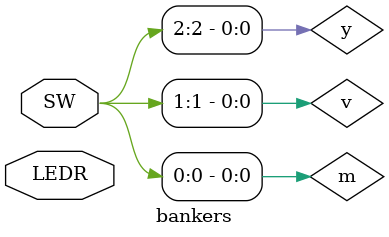
<source format=v>
module bankers(SW, LEDR);
input [2:0] SW;
input [0:0] LEDR;

wire m, v, y;

assign m = SW[0];
assign v = SW[1];
assign y = SW[2];

assign LEDR[0] = (m & ~v & y) | (m & v & y) | (m & v & ~y);
endmodule 
</source>
